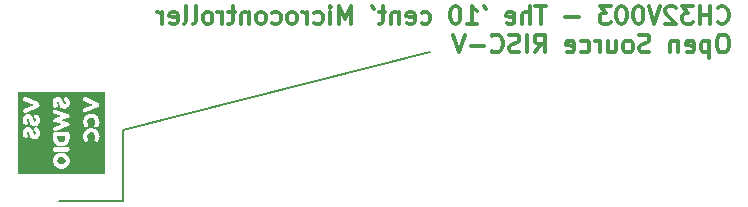
<source format=gbr>
%TF.GenerationSoftware,KiCad,Pcbnew,8.0.0*%
%TF.CreationDate,2024-03-06T10:25:17-06:00*%
%TF.ProjectId,NFCBuisnessV3,4e464342-7569-4736-9e65-737356332e6b,rev?*%
%TF.SameCoordinates,Original*%
%TF.FileFunction,Legend,Bot*%
%TF.FilePolarity,Positive*%
%FSLAX46Y46*%
G04 Gerber Fmt 4.6, Leading zero omitted, Abs format (unit mm)*
G04 Created by KiCad (PCBNEW 8.0.0) date 2024-03-06 10:25:17*
%MOMM*%
%LPD*%
G01*
G04 APERTURE LIST*
%ADD10C,0.150000*%
%ADD11C,0.300000*%
%ADD12C,0.000000*%
G04 APERTURE END LIST*
D10*
X136400000Y-94600000D02*
X131000000Y-94600000D01*
X136400000Y-88600000D02*
X136400000Y-94600000D01*
X162400000Y-82000000D02*
X136400000Y-88600000D01*
D11*
X186788346Y-79443055D02*
X186859774Y-79514484D01*
X186859774Y-79514484D02*
X187074060Y-79585912D01*
X187074060Y-79585912D02*
X187216917Y-79585912D01*
X187216917Y-79585912D02*
X187431203Y-79514484D01*
X187431203Y-79514484D02*
X187574060Y-79371626D01*
X187574060Y-79371626D02*
X187645489Y-79228769D01*
X187645489Y-79228769D02*
X187716917Y-78943055D01*
X187716917Y-78943055D02*
X187716917Y-78728769D01*
X187716917Y-78728769D02*
X187645489Y-78443055D01*
X187645489Y-78443055D02*
X187574060Y-78300198D01*
X187574060Y-78300198D02*
X187431203Y-78157341D01*
X187431203Y-78157341D02*
X187216917Y-78085912D01*
X187216917Y-78085912D02*
X187074060Y-78085912D01*
X187074060Y-78085912D02*
X186859774Y-78157341D01*
X186859774Y-78157341D02*
X186788346Y-78228769D01*
X186145489Y-79585912D02*
X186145489Y-78085912D01*
X186145489Y-78800198D02*
X185288346Y-78800198D01*
X185288346Y-79585912D02*
X185288346Y-78085912D01*
X184716917Y-78085912D02*
X183788345Y-78085912D01*
X183788345Y-78085912D02*
X184288345Y-78657341D01*
X184288345Y-78657341D02*
X184074060Y-78657341D01*
X184074060Y-78657341D02*
X183931203Y-78728769D01*
X183931203Y-78728769D02*
X183859774Y-78800198D01*
X183859774Y-78800198D02*
X183788345Y-78943055D01*
X183788345Y-78943055D02*
X183788345Y-79300198D01*
X183788345Y-79300198D02*
X183859774Y-79443055D01*
X183859774Y-79443055D02*
X183931203Y-79514484D01*
X183931203Y-79514484D02*
X184074060Y-79585912D01*
X184074060Y-79585912D02*
X184502631Y-79585912D01*
X184502631Y-79585912D02*
X184645488Y-79514484D01*
X184645488Y-79514484D02*
X184716917Y-79443055D01*
X183216917Y-78228769D02*
X183145489Y-78157341D01*
X183145489Y-78157341D02*
X183002632Y-78085912D01*
X183002632Y-78085912D02*
X182645489Y-78085912D01*
X182645489Y-78085912D02*
X182502632Y-78157341D01*
X182502632Y-78157341D02*
X182431203Y-78228769D01*
X182431203Y-78228769D02*
X182359774Y-78371626D01*
X182359774Y-78371626D02*
X182359774Y-78514484D01*
X182359774Y-78514484D02*
X182431203Y-78728769D01*
X182431203Y-78728769D02*
X183288346Y-79585912D01*
X183288346Y-79585912D02*
X182359774Y-79585912D01*
X181931203Y-78085912D02*
X181431203Y-79585912D01*
X181431203Y-79585912D02*
X180931203Y-78085912D01*
X180145489Y-78085912D02*
X180002632Y-78085912D01*
X180002632Y-78085912D02*
X179859775Y-78157341D01*
X179859775Y-78157341D02*
X179788347Y-78228769D01*
X179788347Y-78228769D02*
X179716918Y-78371626D01*
X179716918Y-78371626D02*
X179645489Y-78657341D01*
X179645489Y-78657341D02*
X179645489Y-79014484D01*
X179645489Y-79014484D02*
X179716918Y-79300198D01*
X179716918Y-79300198D02*
X179788347Y-79443055D01*
X179788347Y-79443055D02*
X179859775Y-79514484D01*
X179859775Y-79514484D02*
X180002632Y-79585912D01*
X180002632Y-79585912D02*
X180145489Y-79585912D01*
X180145489Y-79585912D02*
X180288347Y-79514484D01*
X180288347Y-79514484D02*
X180359775Y-79443055D01*
X180359775Y-79443055D02*
X180431204Y-79300198D01*
X180431204Y-79300198D02*
X180502632Y-79014484D01*
X180502632Y-79014484D02*
X180502632Y-78657341D01*
X180502632Y-78657341D02*
X180431204Y-78371626D01*
X180431204Y-78371626D02*
X180359775Y-78228769D01*
X180359775Y-78228769D02*
X180288347Y-78157341D01*
X180288347Y-78157341D02*
X180145489Y-78085912D01*
X178716918Y-78085912D02*
X178574061Y-78085912D01*
X178574061Y-78085912D02*
X178431204Y-78157341D01*
X178431204Y-78157341D02*
X178359776Y-78228769D01*
X178359776Y-78228769D02*
X178288347Y-78371626D01*
X178288347Y-78371626D02*
X178216918Y-78657341D01*
X178216918Y-78657341D02*
X178216918Y-79014484D01*
X178216918Y-79014484D02*
X178288347Y-79300198D01*
X178288347Y-79300198D02*
X178359776Y-79443055D01*
X178359776Y-79443055D02*
X178431204Y-79514484D01*
X178431204Y-79514484D02*
X178574061Y-79585912D01*
X178574061Y-79585912D02*
X178716918Y-79585912D01*
X178716918Y-79585912D02*
X178859776Y-79514484D01*
X178859776Y-79514484D02*
X178931204Y-79443055D01*
X178931204Y-79443055D02*
X179002633Y-79300198D01*
X179002633Y-79300198D02*
X179074061Y-79014484D01*
X179074061Y-79014484D02*
X179074061Y-78657341D01*
X179074061Y-78657341D02*
X179002633Y-78371626D01*
X179002633Y-78371626D02*
X178931204Y-78228769D01*
X178931204Y-78228769D02*
X178859776Y-78157341D01*
X178859776Y-78157341D02*
X178716918Y-78085912D01*
X177716919Y-78085912D02*
X176788347Y-78085912D01*
X176788347Y-78085912D02*
X177288347Y-78657341D01*
X177288347Y-78657341D02*
X177074062Y-78657341D01*
X177074062Y-78657341D02*
X176931205Y-78728769D01*
X176931205Y-78728769D02*
X176859776Y-78800198D01*
X176859776Y-78800198D02*
X176788347Y-78943055D01*
X176788347Y-78943055D02*
X176788347Y-79300198D01*
X176788347Y-79300198D02*
X176859776Y-79443055D01*
X176859776Y-79443055D02*
X176931205Y-79514484D01*
X176931205Y-79514484D02*
X177074062Y-79585912D01*
X177074062Y-79585912D02*
X177502633Y-79585912D01*
X177502633Y-79585912D02*
X177645490Y-79514484D01*
X177645490Y-79514484D02*
X177716919Y-79443055D01*
X175002634Y-79014484D02*
X173859777Y-79014484D01*
X172216919Y-78085912D02*
X171359777Y-78085912D01*
X171788348Y-79585912D02*
X171788348Y-78085912D01*
X170859777Y-79585912D02*
X170859777Y-78085912D01*
X170216920Y-79585912D02*
X170216920Y-78800198D01*
X170216920Y-78800198D02*
X170288348Y-78657341D01*
X170288348Y-78657341D02*
X170431205Y-78585912D01*
X170431205Y-78585912D02*
X170645491Y-78585912D01*
X170645491Y-78585912D02*
X170788348Y-78657341D01*
X170788348Y-78657341D02*
X170859777Y-78728769D01*
X168931205Y-79514484D02*
X169074062Y-79585912D01*
X169074062Y-79585912D02*
X169359777Y-79585912D01*
X169359777Y-79585912D02*
X169502634Y-79514484D01*
X169502634Y-79514484D02*
X169574062Y-79371626D01*
X169574062Y-79371626D02*
X169574062Y-78800198D01*
X169574062Y-78800198D02*
X169502634Y-78657341D01*
X169502634Y-78657341D02*
X169359777Y-78585912D01*
X169359777Y-78585912D02*
X169074062Y-78585912D01*
X169074062Y-78585912D02*
X168931205Y-78657341D01*
X168931205Y-78657341D02*
X168859777Y-78800198D01*
X168859777Y-78800198D02*
X168859777Y-78943055D01*
X168859777Y-78943055D02*
X169574062Y-79085912D01*
X167002634Y-78085912D02*
X167145491Y-78371626D01*
X165574062Y-79585912D02*
X166431205Y-79585912D01*
X166002634Y-79585912D02*
X166002634Y-78085912D01*
X166002634Y-78085912D02*
X166145491Y-78300198D01*
X166145491Y-78300198D02*
X166288348Y-78443055D01*
X166288348Y-78443055D02*
X166431205Y-78514484D01*
X164645491Y-78085912D02*
X164502634Y-78085912D01*
X164502634Y-78085912D02*
X164359777Y-78157341D01*
X164359777Y-78157341D02*
X164288349Y-78228769D01*
X164288349Y-78228769D02*
X164216920Y-78371626D01*
X164216920Y-78371626D02*
X164145491Y-78657341D01*
X164145491Y-78657341D02*
X164145491Y-79014484D01*
X164145491Y-79014484D02*
X164216920Y-79300198D01*
X164216920Y-79300198D02*
X164288349Y-79443055D01*
X164288349Y-79443055D02*
X164359777Y-79514484D01*
X164359777Y-79514484D02*
X164502634Y-79585912D01*
X164502634Y-79585912D02*
X164645491Y-79585912D01*
X164645491Y-79585912D02*
X164788349Y-79514484D01*
X164788349Y-79514484D02*
X164859777Y-79443055D01*
X164859777Y-79443055D02*
X164931206Y-79300198D01*
X164931206Y-79300198D02*
X165002634Y-79014484D01*
X165002634Y-79014484D02*
X165002634Y-78657341D01*
X165002634Y-78657341D02*
X164931206Y-78371626D01*
X164931206Y-78371626D02*
X164859777Y-78228769D01*
X164859777Y-78228769D02*
X164788349Y-78157341D01*
X164788349Y-78157341D02*
X164645491Y-78085912D01*
X161716921Y-79514484D02*
X161859778Y-79585912D01*
X161859778Y-79585912D02*
X162145492Y-79585912D01*
X162145492Y-79585912D02*
X162288349Y-79514484D01*
X162288349Y-79514484D02*
X162359778Y-79443055D01*
X162359778Y-79443055D02*
X162431206Y-79300198D01*
X162431206Y-79300198D02*
X162431206Y-78871626D01*
X162431206Y-78871626D02*
X162359778Y-78728769D01*
X162359778Y-78728769D02*
X162288349Y-78657341D01*
X162288349Y-78657341D02*
X162145492Y-78585912D01*
X162145492Y-78585912D02*
X161859778Y-78585912D01*
X161859778Y-78585912D02*
X161716921Y-78657341D01*
X160502635Y-79514484D02*
X160645492Y-79585912D01*
X160645492Y-79585912D02*
X160931207Y-79585912D01*
X160931207Y-79585912D02*
X161074064Y-79514484D01*
X161074064Y-79514484D02*
X161145492Y-79371626D01*
X161145492Y-79371626D02*
X161145492Y-78800198D01*
X161145492Y-78800198D02*
X161074064Y-78657341D01*
X161074064Y-78657341D02*
X160931207Y-78585912D01*
X160931207Y-78585912D02*
X160645492Y-78585912D01*
X160645492Y-78585912D02*
X160502635Y-78657341D01*
X160502635Y-78657341D02*
X160431207Y-78800198D01*
X160431207Y-78800198D02*
X160431207Y-78943055D01*
X160431207Y-78943055D02*
X161145492Y-79085912D01*
X159788350Y-78585912D02*
X159788350Y-79585912D01*
X159788350Y-78728769D02*
X159716921Y-78657341D01*
X159716921Y-78657341D02*
X159574064Y-78585912D01*
X159574064Y-78585912D02*
X159359778Y-78585912D01*
X159359778Y-78585912D02*
X159216921Y-78657341D01*
X159216921Y-78657341D02*
X159145493Y-78800198D01*
X159145493Y-78800198D02*
X159145493Y-79585912D01*
X158645492Y-78585912D02*
X158074064Y-78585912D01*
X158431207Y-78085912D02*
X158431207Y-79371626D01*
X158431207Y-79371626D02*
X158359778Y-79514484D01*
X158359778Y-79514484D02*
X158216921Y-79585912D01*
X158216921Y-79585912D02*
X158074064Y-79585912D01*
X157502635Y-78085912D02*
X157645492Y-78371626D01*
X155716921Y-79585912D02*
X155716921Y-78085912D01*
X155716921Y-78085912D02*
X155216921Y-79157341D01*
X155216921Y-79157341D02*
X154716921Y-78085912D01*
X154716921Y-78085912D02*
X154716921Y-79585912D01*
X154002635Y-79585912D02*
X154002635Y-78585912D01*
X154002635Y-78085912D02*
X154074063Y-78157341D01*
X154074063Y-78157341D02*
X154002635Y-78228769D01*
X154002635Y-78228769D02*
X153931206Y-78157341D01*
X153931206Y-78157341D02*
X154002635Y-78085912D01*
X154002635Y-78085912D02*
X154002635Y-78228769D01*
X152645492Y-79514484D02*
X152788349Y-79585912D01*
X152788349Y-79585912D02*
X153074063Y-79585912D01*
X153074063Y-79585912D02*
X153216920Y-79514484D01*
X153216920Y-79514484D02*
X153288349Y-79443055D01*
X153288349Y-79443055D02*
X153359777Y-79300198D01*
X153359777Y-79300198D02*
X153359777Y-78871626D01*
X153359777Y-78871626D02*
X153288349Y-78728769D01*
X153288349Y-78728769D02*
X153216920Y-78657341D01*
X153216920Y-78657341D02*
X153074063Y-78585912D01*
X153074063Y-78585912D02*
X152788349Y-78585912D01*
X152788349Y-78585912D02*
X152645492Y-78657341D01*
X152002635Y-79585912D02*
X152002635Y-78585912D01*
X152002635Y-78871626D02*
X151931206Y-78728769D01*
X151931206Y-78728769D02*
X151859778Y-78657341D01*
X151859778Y-78657341D02*
X151716920Y-78585912D01*
X151716920Y-78585912D02*
X151574063Y-78585912D01*
X150859778Y-79585912D02*
X151002635Y-79514484D01*
X151002635Y-79514484D02*
X151074064Y-79443055D01*
X151074064Y-79443055D02*
X151145492Y-79300198D01*
X151145492Y-79300198D02*
X151145492Y-78871626D01*
X151145492Y-78871626D02*
X151074064Y-78728769D01*
X151074064Y-78728769D02*
X151002635Y-78657341D01*
X151002635Y-78657341D02*
X150859778Y-78585912D01*
X150859778Y-78585912D02*
X150645492Y-78585912D01*
X150645492Y-78585912D02*
X150502635Y-78657341D01*
X150502635Y-78657341D02*
X150431207Y-78728769D01*
X150431207Y-78728769D02*
X150359778Y-78871626D01*
X150359778Y-78871626D02*
X150359778Y-79300198D01*
X150359778Y-79300198D02*
X150431207Y-79443055D01*
X150431207Y-79443055D02*
X150502635Y-79514484D01*
X150502635Y-79514484D02*
X150645492Y-79585912D01*
X150645492Y-79585912D02*
X150859778Y-79585912D01*
X149074064Y-79514484D02*
X149216921Y-79585912D01*
X149216921Y-79585912D02*
X149502635Y-79585912D01*
X149502635Y-79585912D02*
X149645492Y-79514484D01*
X149645492Y-79514484D02*
X149716921Y-79443055D01*
X149716921Y-79443055D02*
X149788349Y-79300198D01*
X149788349Y-79300198D02*
X149788349Y-78871626D01*
X149788349Y-78871626D02*
X149716921Y-78728769D01*
X149716921Y-78728769D02*
X149645492Y-78657341D01*
X149645492Y-78657341D02*
X149502635Y-78585912D01*
X149502635Y-78585912D02*
X149216921Y-78585912D01*
X149216921Y-78585912D02*
X149074064Y-78657341D01*
X148216921Y-79585912D02*
X148359778Y-79514484D01*
X148359778Y-79514484D02*
X148431207Y-79443055D01*
X148431207Y-79443055D02*
X148502635Y-79300198D01*
X148502635Y-79300198D02*
X148502635Y-78871626D01*
X148502635Y-78871626D02*
X148431207Y-78728769D01*
X148431207Y-78728769D02*
X148359778Y-78657341D01*
X148359778Y-78657341D02*
X148216921Y-78585912D01*
X148216921Y-78585912D02*
X148002635Y-78585912D01*
X148002635Y-78585912D02*
X147859778Y-78657341D01*
X147859778Y-78657341D02*
X147788350Y-78728769D01*
X147788350Y-78728769D02*
X147716921Y-78871626D01*
X147716921Y-78871626D02*
X147716921Y-79300198D01*
X147716921Y-79300198D02*
X147788350Y-79443055D01*
X147788350Y-79443055D02*
X147859778Y-79514484D01*
X147859778Y-79514484D02*
X148002635Y-79585912D01*
X148002635Y-79585912D02*
X148216921Y-79585912D01*
X147074064Y-78585912D02*
X147074064Y-79585912D01*
X147074064Y-78728769D02*
X147002635Y-78657341D01*
X147002635Y-78657341D02*
X146859778Y-78585912D01*
X146859778Y-78585912D02*
X146645492Y-78585912D01*
X146645492Y-78585912D02*
X146502635Y-78657341D01*
X146502635Y-78657341D02*
X146431207Y-78800198D01*
X146431207Y-78800198D02*
X146431207Y-79585912D01*
X145931206Y-78585912D02*
X145359778Y-78585912D01*
X145716921Y-78085912D02*
X145716921Y-79371626D01*
X145716921Y-79371626D02*
X145645492Y-79514484D01*
X145645492Y-79514484D02*
X145502635Y-79585912D01*
X145502635Y-79585912D02*
X145359778Y-79585912D01*
X144859778Y-79585912D02*
X144859778Y-78585912D01*
X144859778Y-78871626D02*
X144788349Y-78728769D01*
X144788349Y-78728769D02*
X144716921Y-78657341D01*
X144716921Y-78657341D02*
X144574063Y-78585912D01*
X144574063Y-78585912D02*
X144431206Y-78585912D01*
X143716921Y-79585912D02*
X143859778Y-79514484D01*
X143859778Y-79514484D02*
X143931207Y-79443055D01*
X143931207Y-79443055D02*
X144002635Y-79300198D01*
X144002635Y-79300198D02*
X144002635Y-78871626D01*
X144002635Y-78871626D02*
X143931207Y-78728769D01*
X143931207Y-78728769D02*
X143859778Y-78657341D01*
X143859778Y-78657341D02*
X143716921Y-78585912D01*
X143716921Y-78585912D02*
X143502635Y-78585912D01*
X143502635Y-78585912D02*
X143359778Y-78657341D01*
X143359778Y-78657341D02*
X143288350Y-78728769D01*
X143288350Y-78728769D02*
X143216921Y-78871626D01*
X143216921Y-78871626D02*
X143216921Y-79300198D01*
X143216921Y-79300198D02*
X143288350Y-79443055D01*
X143288350Y-79443055D02*
X143359778Y-79514484D01*
X143359778Y-79514484D02*
X143502635Y-79585912D01*
X143502635Y-79585912D02*
X143716921Y-79585912D01*
X142359778Y-79585912D02*
X142502635Y-79514484D01*
X142502635Y-79514484D02*
X142574064Y-79371626D01*
X142574064Y-79371626D02*
X142574064Y-78085912D01*
X141574064Y-79585912D02*
X141716921Y-79514484D01*
X141716921Y-79514484D02*
X141788350Y-79371626D01*
X141788350Y-79371626D02*
X141788350Y-78085912D01*
X140431207Y-79514484D02*
X140574064Y-79585912D01*
X140574064Y-79585912D02*
X140859779Y-79585912D01*
X140859779Y-79585912D02*
X141002636Y-79514484D01*
X141002636Y-79514484D02*
X141074064Y-79371626D01*
X141074064Y-79371626D02*
X141074064Y-78800198D01*
X141074064Y-78800198D02*
X141002636Y-78657341D01*
X141002636Y-78657341D02*
X140859779Y-78585912D01*
X140859779Y-78585912D02*
X140574064Y-78585912D01*
X140574064Y-78585912D02*
X140431207Y-78657341D01*
X140431207Y-78657341D02*
X140359779Y-78800198D01*
X140359779Y-78800198D02*
X140359779Y-78943055D01*
X140359779Y-78943055D02*
X141074064Y-79085912D01*
X139716922Y-79585912D02*
X139716922Y-78585912D01*
X139716922Y-78871626D02*
X139645493Y-78728769D01*
X139645493Y-78728769D02*
X139574065Y-78657341D01*
X139574065Y-78657341D02*
X139431207Y-78585912D01*
X139431207Y-78585912D02*
X139288350Y-78585912D01*
X187359774Y-80500828D02*
X187074060Y-80500828D01*
X187074060Y-80500828D02*
X186931203Y-80572257D01*
X186931203Y-80572257D02*
X186788346Y-80715114D01*
X186788346Y-80715114D02*
X186716917Y-81000828D01*
X186716917Y-81000828D02*
X186716917Y-81500828D01*
X186716917Y-81500828D02*
X186788346Y-81786542D01*
X186788346Y-81786542D02*
X186931203Y-81929400D01*
X186931203Y-81929400D02*
X187074060Y-82000828D01*
X187074060Y-82000828D02*
X187359774Y-82000828D01*
X187359774Y-82000828D02*
X187502632Y-81929400D01*
X187502632Y-81929400D02*
X187645489Y-81786542D01*
X187645489Y-81786542D02*
X187716917Y-81500828D01*
X187716917Y-81500828D02*
X187716917Y-81000828D01*
X187716917Y-81000828D02*
X187645489Y-80715114D01*
X187645489Y-80715114D02*
X187502632Y-80572257D01*
X187502632Y-80572257D02*
X187359774Y-80500828D01*
X186074060Y-81000828D02*
X186074060Y-82500828D01*
X186074060Y-81072257D02*
X185931203Y-81000828D01*
X185931203Y-81000828D02*
X185645488Y-81000828D01*
X185645488Y-81000828D02*
X185502631Y-81072257D01*
X185502631Y-81072257D02*
X185431203Y-81143685D01*
X185431203Y-81143685D02*
X185359774Y-81286542D01*
X185359774Y-81286542D02*
X185359774Y-81715114D01*
X185359774Y-81715114D02*
X185431203Y-81857971D01*
X185431203Y-81857971D02*
X185502631Y-81929400D01*
X185502631Y-81929400D02*
X185645488Y-82000828D01*
X185645488Y-82000828D02*
X185931203Y-82000828D01*
X185931203Y-82000828D02*
X186074060Y-81929400D01*
X184145488Y-81929400D02*
X184288345Y-82000828D01*
X184288345Y-82000828D02*
X184574060Y-82000828D01*
X184574060Y-82000828D02*
X184716917Y-81929400D01*
X184716917Y-81929400D02*
X184788345Y-81786542D01*
X184788345Y-81786542D02*
X184788345Y-81215114D01*
X184788345Y-81215114D02*
X184716917Y-81072257D01*
X184716917Y-81072257D02*
X184574060Y-81000828D01*
X184574060Y-81000828D02*
X184288345Y-81000828D01*
X184288345Y-81000828D02*
X184145488Y-81072257D01*
X184145488Y-81072257D02*
X184074060Y-81215114D01*
X184074060Y-81215114D02*
X184074060Y-81357971D01*
X184074060Y-81357971D02*
X184788345Y-81500828D01*
X183431203Y-81000828D02*
X183431203Y-82000828D01*
X183431203Y-81143685D02*
X183359774Y-81072257D01*
X183359774Y-81072257D02*
X183216917Y-81000828D01*
X183216917Y-81000828D02*
X183002631Y-81000828D01*
X183002631Y-81000828D02*
X182859774Y-81072257D01*
X182859774Y-81072257D02*
X182788346Y-81215114D01*
X182788346Y-81215114D02*
X182788346Y-82000828D01*
X181002631Y-81929400D02*
X180788346Y-82000828D01*
X180788346Y-82000828D02*
X180431203Y-82000828D01*
X180431203Y-82000828D02*
X180288346Y-81929400D01*
X180288346Y-81929400D02*
X180216917Y-81857971D01*
X180216917Y-81857971D02*
X180145488Y-81715114D01*
X180145488Y-81715114D02*
X180145488Y-81572257D01*
X180145488Y-81572257D02*
X180216917Y-81429400D01*
X180216917Y-81429400D02*
X180288346Y-81357971D01*
X180288346Y-81357971D02*
X180431203Y-81286542D01*
X180431203Y-81286542D02*
X180716917Y-81215114D01*
X180716917Y-81215114D02*
X180859774Y-81143685D01*
X180859774Y-81143685D02*
X180931203Y-81072257D01*
X180931203Y-81072257D02*
X181002631Y-80929400D01*
X181002631Y-80929400D02*
X181002631Y-80786542D01*
X181002631Y-80786542D02*
X180931203Y-80643685D01*
X180931203Y-80643685D02*
X180859774Y-80572257D01*
X180859774Y-80572257D02*
X180716917Y-80500828D01*
X180716917Y-80500828D02*
X180359774Y-80500828D01*
X180359774Y-80500828D02*
X180145488Y-80572257D01*
X179288346Y-82000828D02*
X179431203Y-81929400D01*
X179431203Y-81929400D02*
X179502632Y-81857971D01*
X179502632Y-81857971D02*
X179574060Y-81715114D01*
X179574060Y-81715114D02*
X179574060Y-81286542D01*
X179574060Y-81286542D02*
X179502632Y-81143685D01*
X179502632Y-81143685D02*
X179431203Y-81072257D01*
X179431203Y-81072257D02*
X179288346Y-81000828D01*
X179288346Y-81000828D02*
X179074060Y-81000828D01*
X179074060Y-81000828D02*
X178931203Y-81072257D01*
X178931203Y-81072257D02*
X178859775Y-81143685D01*
X178859775Y-81143685D02*
X178788346Y-81286542D01*
X178788346Y-81286542D02*
X178788346Y-81715114D01*
X178788346Y-81715114D02*
X178859775Y-81857971D01*
X178859775Y-81857971D02*
X178931203Y-81929400D01*
X178931203Y-81929400D02*
X179074060Y-82000828D01*
X179074060Y-82000828D02*
X179288346Y-82000828D01*
X177502632Y-81000828D02*
X177502632Y-82000828D01*
X178145489Y-81000828D02*
X178145489Y-81786542D01*
X178145489Y-81786542D02*
X178074060Y-81929400D01*
X178074060Y-81929400D02*
X177931203Y-82000828D01*
X177931203Y-82000828D02*
X177716917Y-82000828D01*
X177716917Y-82000828D02*
X177574060Y-81929400D01*
X177574060Y-81929400D02*
X177502632Y-81857971D01*
X176788346Y-82000828D02*
X176788346Y-81000828D01*
X176788346Y-81286542D02*
X176716917Y-81143685D01*
X176716917Y-81143685D02*
X176645489Y-81072257D01*
X176645489Y-81072257D02*
X176502631Y-81000828D01*
X176502631Y-81000828D02*
X176359774Y-81000828D01*
X175216918Y-81929400D02*
X175359775Y-82000828D01*
X175359775Y-82000828D02*
X175645489Y-82000828D01*
X175645489Y-82000828D02*
X175788346Y-81929400D01*
X175788346Y-81929400D02*
X175859775Y-81857971D01*
X175859775Y-81857971D02*
X175931203Y-81715114D01*
X175931203Y-81715114D02*
X175931203Y-81286542D01*
X175931203Y-81286542D02*
X175859775Y-81143685D01*
X175859775Y-81143685D02*
X175788346Y-81072257D01*
X175788346Y-81072257D02*
X175645489Y-81000828D01*
X175645489Y-81000828D02*
X175359775Y-81000828D01*
X175359775Y-81000828D02*
X175216918Y-81072257D01*
X174002632Y-81929400D02*
X174145489Y-82000828D01*
X174145489Y-82000828D02*
X174431204Y-82000828D01*
X174431204Y-82000828D02*
X174574061Y-81929400D01*
X174574061Y-81929400D02*
X174645489Y-81786542D01*
X174645489Y-81786542D02*
X174645489Y-81215114D01*
X174645489Y-81215114D02*
X174574061Y-81072257D01*
X174574061Y-81072257D02*
X174431204Y-81000828D01*
X174431204Y-81000828D02*
X174145489Y-81000828D01*
X174145489Y-81000828D02*
X174002632Y-81072257D01*
X174002632Y-81072257D02*
X173931204Y-81215114D01*
X173931204Y-81215114D02*
X173931204Y-81357971D01*
X173931204Y-81357971D02*
X174645489Y-81500828D01*
X171288347Y-82000828D02*
X171788347Y-81286542D01*
X172145490Y-82000828D02*
X172145490Y-80500828D01*
X172145490Y-80500828D02*
X171574061Y-80500828D01*
X171574061Y-80500828D02*
X171431204Y-80572257D01*
X171431204Y-80572257D02*
X171359775Y-80643685D01*
X171359775Y-80643685D02*
X171288347Y-80786542D01*
X171288347Y-80786542D02*
X171288347Y-81000828D01*
X171288347Y-81000828D02*
X171359775Y-81143685D01*
X171359775Y-81143685D02*
X171431204Y-81215114D01*
X171431204Y-81215114D02*
X171574061Y-81286542D01*
X171574061Y-81286542D02*
X172145490Y-81286542D01*
X170645490Y-82000828D02*
X170645490Y-80500828D01*
X170002632Y-81929400D02*
X169788347Y-82000828D01*
X169788347Y-82000828D02*
X169431204Y-82000828D01*
X169431204Y-82000828D02*
X169288347Y-81929400D01*
X169288347Y-81929400D02*
X169216918Y-81857971D01*
X169216918Y-81857971D02*
X169145489Y-81715114D01*
X169145489Y-81715114D02*
X169145489Y-81572257D01*
X169145489Y-81572257D02*
X169216918Y-81429400D01*
X169216918Y-81429400D02*
X169288347Y-81357971D01*
X169288347Y-81357971D02*
X169431204Y-81286542D01*
X169431204Y-81286542D02*
X169716918Y-81215114D01*
X169716918Y-81215114D02*
X169859775Y-81143685D01*
X169859775Y-81143685D02*
X169931204Y-81072257D01*
X169931204Y-81072257D02*
X170002632Y-80929400D01*
X170002632Y-80929400D02*
X170002632Y-80786542D01*
X170002632Y-80786542D02*
X169931204Y-80643685D01*
X169931204Y-80643685D02*
X169859775Y-80572257D01*
X169859775Y-80572257D02*
X169716918Y-80500828D01*
X169716918Y-80500828D02*
X169359775Y-80500828D01*
X169359775Y-80500828D02*
X169145489Y-80572257D01*
X167645490Y-81857971D02*
X167716918Y-81929400D01*
X167716918Y-81929400D02*
X167931204Y-82000828D01*
X167931204Y-82000828D02*
X168074061Y-82000828D01*
X168074061Y-82000828D02*
X168288347Y-81929400D01*
X168288347Y-81929400D02*
X168431204Y-81786542D01*
X168431204Y-81786542D02*
X168502633Y-81643685D01*
X168502633Y-81643685D02*
X168574061Y-81357971D01*
X168574061Y-81357971D02*
X168574061Y-81143685D01*
X168574061Y-81143685D02*
X168502633Y-80857971D01*
X168502633Y-80857971D02*
X168431204Y-80715114D01*
X168431204Y-80715114D02*
X168288347Y-80572257D01*
X168288347Y-80572257D02*
X168074061Y-80500828D01*
X168074061Y-80500828D02*
X167931204Y-80500828D01*
X167931204Y-80500828D02*
X167716918Y-80572257D01*
X167716918Y-80572257D02*
X167645490Y-80643685D01*
X167002633Y-81429400D02*
X165859776Y-81429400D01*
X165359775Y-80500828D02*
X164859775Y-82000828D01*
X164859775Y-82000828D02*
X164359775Y-80500828D01*
D12*
%TO.C,kibuzzard-65E89835*%
G36*
X134869462Y-87881168D02*
G01*
X134869462Y-89116289D01*
X134869462Y-90215260D01*
X134869462Y-91178630D01*
X134869462Y-91857955D01*
X134869462Y-92277981D01*
X127530538Y-92277981D01*
X127530538Y-91857955D01*
X127530538Y-91162740D01*
X130503644Y-91162740D01*
X130516617Y-91302279D01*
X130555537Y-91430894D01*
X130620403Y-91548584D01*
X130711216Y-91655349D01*
X130820774Y-91743989D01*
X130941878Y-91807304D01*
X131074528Y-91845292D01*
X131218723Y-91857955D01*
X131360435Y-91845478D01*
X131491595Y-91808049D01*
X131612202Y-91745665D01*
X131722258Y-91658329D01*
X131813939Y-91553488D01*
X131879426Y-91438591D01*
X131918718Y-91313639D01*
X131931815Y-91178630D01*
X131918904Y-91039835D01*
X131880171Y-90911469D01*
X131815615Y-90793530D01*
X131725237Y-90686020D01*
X131616610Y-90596511D01*
X131497306Y-90532576D01*
X131367325Y-90494215D01*
X131226668Y-90481428D01*
X131081418Y-90493843D01*
X130947589Y-90531087D01*
X130825181Y-90593159D01*
X130714195Y-90680061D01*
X130622079Y-90784716D01*
X130556282Y-90900047D01*
X130516803Y-91026055D01*
X130503644Y-91162740D01*
X127530538Y-91162740D01*
X127530538Y-90217246D01*
X130519535Y-90217246D01*
X130533439Y-90320536D01*
X130579125Y-90376153D01*
X130633749Y-90395023D01*
X130702277Y-90398003D01*
X131729210Y-90398003D01*
X131797738Y-90395023D01*
X131851369Y-90376153D01*
X131896061Y-90320536D01*
X131909966Y-90215260D01*
X131896061Y-90111971D01*
X131850376Y-90056354D01*
X131795752Y-90037484D01*
X131727223Y-90034504D01*
X130700291Y-90034504D01*
X130633749Y-90037484D01*
X130579125Y-90056354D01*
X130533439Y-90111971D01*
X130519535Y-90217246D01*
X127530538Y-90217246D01*
X127530538Y-88808899D01*
X127956613Y-88808899D01*
X127970054Y-88961004D01*
X128010376Y-89089364D01*
X128077580Y-89193979D01*
X128181411Y-89266559D01*
X128305402Y-89218172D01*
X128403184Y-89099221D01*
X128365886Y-88964140D01*
X128346733Y-88940955D01*
X128323547Y-88912729D01*
X128308427Y-88873415D01*
X128301370Y-88806883D01*
X128326572Y-88732286D01*
X128388063Y-88700028D01*
X128453588Y-88735310D01*
X128488870Y-88814947D01*
X128514071Y-88937931D01*
X128545321Y-89066963D01*
X128597740Y-89181126D01*
X128674353Y-89269583D01*
X128783728Y-89326287D01*
X128934433Y-89345188D01*
X129030703Y-89336619D01*
X129117901Y-89310914D01*
X129200242Y-89257849D01*
X130519535Y-89257849D01*
X130532198Y-89394906D01*
X130570186Y-89522031D01*
X130633500Y-89639224D01*
X130722140Y-89746486D01*
X130828409Y-89835995D01*
X130944609Y-89899930D01*
X131070741Y-89938291D01*
X131206805Y-89951078D01*
X131346531Y-89938291D01*
X131475704Y-89899930D01*
X131594325Y-89835995D01*
X131702394Y-89746486D01*
X131792338Y-89638852D01*
X131856583Y-89520541D01*
X131895130Y-89391554D01*
X131907979Y-89251890D01*
X131907979Y-89122162D01*
X133045978Y-89122162D01*
X133058157Y-89238736D01*
X133094695Y-89358790D01*
X133155592Y-89482324D01*
X133192783Y-89535174D01*
X133233888Y-89571385D01*
X133292611Y-89589981D01*
X133402225Y-89546918D01*
X133481500Y-89473515D01*
X133507925Y-89405985D01*
X133462905Y-89300285D01*
X133454096Y-89287562D01*
X133443331Y-89270924D01*
X133432565Y-89252329D01*
X133422778Y-89225904D01*
X133414948Y-89194585D01*
X133408097Y-89155437D01*
X133406140Y-89108460D01*
X133425714Y-88996888D01*
X133483457Y-88886294D01*
X133590136Y-88799190D01*
X133746728Y-88765914D01*
X133853651Y-88780839D01*
X133943447Y-88825615D01*
X134012201Y-88888986D01*
X134055998Y-88959697D01*
X134087316Y-89108460D01*
X134071168Y-89211713D01*
X134022722Y-89310072D01*
X133983574Y-89407942D01*
X134011467Y-89474494D01*
X134095146Y-89544961D01*
X134208675Y-89588023D01*
X134280120Y-89560620D01*
X134339821Y-89480366D01*
X134400718Y-89364227D01*
X134437256Y-89242868D01*
X134449436Y-89116289D01*
X134443563Y-89033344D01*
X134425947Y-88945017D01*
X134394384Y-88852529D01*
X134346672Y-88757106D01*
X134285014Y-88665353D01*
X134211611Y-88583876D01*
X134121326Y-88514143D01*
X134009020Y-88457623D01*
X133879342Y-88420188D01*
X133736941Y-88407709D01*
X133599923Y-88419943D01*
X133474649Y-88456645D01*
X133365768Y-88512431D01*
X133277930Y-88581918D01*
X133206485Y-88663395D01*
X133146784Y-88755148D01*
X133100540Y-88851061D01*
X133079654Y-88914214D01*
X133069467Y-88945017D01*
X133051850Y-89035791D01*
X133045978Y-89122162D01*
X131907979Y-89122162D01*
X131907979Y-88914214D01*
X131894075Y-88813904D01*
X131851369Y-88759280D01*
X131795752Y-88738424D01*
X131725237Y-88733458D01*
X130698304Y-88733458D01*
X130631762Y-88736437D01*
X130577138Y-88755308D01*
X130532446Y-88810925D01*
X130530469Y-88827044D01*
X130519535Y-88916200D01*
X130519535Y-89257849D01*
X129200242Y-89257849D01*
X129253989Y-89223212D01*
X129343707Y-89099221D01*
X129395118Y-88961116D01*
X129410239Y-88827044D01*
X129401166Y-88714141D01*
X129378989Y-88619383D01*
X129345723Y-88541762D01*
X129307416Y-88479262D01*
X129268102Y-88430875D01*
X129232820Y-88395593D01*
X129204594Y-88373416D01*
X129190481Y-88361319D01*
X129059433Y-88310916D01*
X128930401Y-88395593D01*
X128883806Y-88479374D01*
X128897247Y-88566740D01*
X128970724Y-88657689D01*
X129044312Y-88739342D01*
X129063465Y-88818979D01*
X129034232Y-88937931D01*
X128940482Y-88974221D01*
X128877982Y-88921802D01*
X128830603Y-88763536D01*
X128804645Y-88667518D01*
X128777176Y-88591157D01*
X128712660Y-88478254D01*
X128625966Y-88397609D01*
X128517095Y-88349222D01*
X128386047Y-88333093D01*
X128269448Y-88348102D01*
X128166962Y-88393129D01*
X128078588Y-88468174D01*
X128010824Y-88566068D01*
X127970166Y-88679643D01*
X127956613Y-88808899D01*
X127530538Y-88808899D01*
X127530538Y-87716159D01*
X127956613Y-87716159D01*
X127970054Y-87868264D01*
X128010376Y-87996624D01*
X128077580Y-88101239D01*
X128181411Y-88173819D01*
X128305402Y-88125432D01*
X128403184Y-88006481D01*
X128365886Y-87871401D01*
X128346733Y-87848215D01*
X128323547Y-87819989D01*
X128308427Y-87780675D01*
X128301370Y-87714143D01*
X128326572Y-87639546D01*
X128388063Y-87607288D01*
X128453588Y-87642570D01*
X128488870Y-87722207D01*
X128514071Y-87845191D01*
X128545321Y-87974223D01*
X128597740Y-88088386D01*
X128674353Y-88176844D01*
X128783728Y-88233547D01*
X128934433Y-88252448D01*
X129030703Y-88243880D01*
X129117901Y-88218174D01*
X129253989Y-88130473D01*
X129343707Y-88006481D01*
X129395118Y-87868376D01*
X129410239Y-87734304D01*
X129410082Y-87732348D01*
X130519535Y-87732348D01*
X130519703Y-87734304D01*
X130524500Y-87789951D01*
X130541384Y-87833650D01*
X130563234Y-87864439D01*
X130589056Y-87886288D01*
X130613885Y-87899199D01*
X130638714Y-87909131D01*
X130654605Y-87915090D01*
X131250504Y-88077969D01*
X130642687Y-88284547D01*
X130519535Y-88364994D01*
X130527480Y-88514962D01*
X130614879Y-88639107D01*
X130759881Y-88628182D01*
X131784827Y-88272629D01*
X131877191Y-88210557D01*
X131907979Y-88099819D01*
X131890102Y-88015400D01*
X131845410Y-87959782D01*
X131803697Y-87933960D01*
X131774895Y-87923035D01*
X131656954Y-87887040D01*
X133045978Y-87887040D01*
X133058157Y-88003615D01*
X133094695Y-88123669D01*
X133155592Y-88247202D01*
X133192783Y-88300052D01*
X133233888Y-88336264D01*
X133292611Y-88354860D01*
X133402225Y-88311797D01*
X133481500Y-88238394D01*
X133507925Y-88170864D01*
X133462905Y-88065164D01*
X133454096Y-88052441D01*
X133443331Y-88035803D01*
X133432565Y-88017208D01*
X133422778Y-87990783D01*
X133414948Y-87959464D01*
X133408097Y-87920316D01*
X133406140Y-87873338D01*
X133425714Y-87761766D01*
X133483457Y-87651173D01*
X133590136Y-87564069D01*
X133746728Y-87530793D01*
X133853651Y-87545718D01*
X133943447Y-87590494D01*
X134012201Y-87653865D01*
X134055998Y-87724576D01*
X134087316Y-87873338D01*
X134071168Y-87976591D01*
X134022722Y-88074951D01*
X133983574Y-88172821D01*
X134011467Y-88239373D01*
X134095146Y-88309839D01*
X134208675Y-88352902D01*
X134280120Y-88325499D01*
X134339821Y-88245245D01*
X134400718Y-88129106D01*
X134437256Y-88007747D01*
X134449436Y-87881168D01*
X134443563Y-87798223D01*
X134425947Y-87709895D01*
X134394384Y-87617408D01*
X134346672Y-87521985D01*
X134285014Y-87430231D01*
X134211611Y-87348754D01*
X134121326Y-87279022D01*
X134009020Y-87222502D01*
X133879342Y-87185067D01*
X133736941Y-87172588D01*
X133599923Y-87184822D01*
X133474649Y-87221523D01*
X133365768Y-87277309D01*
X133277930Y-87346797D01*
X133255109Y-87372822D01*
X133206485Y-87428274D01*
X133146784Y-87520027D01*
X133100540Y-87615940D01*
X133069467Y-87709895D01*
X133051850Y-87800670D01*
X133045978Y-87887040D01*
X131656954Y-87887040D01*
X131163106Y-87736320D01*
X131772909Y-87549605D01*
X131874212Y-87485546D01*
X131907979Y-87372822D01*
X131879178Y-87273505D01*
X131827533Y-87219874D01*
X131784827Y-87201997D01*
X130759881Y-86844458D01*
X130612892Y-86835520D01*
X130529466Y-86959665D01*
X130520528Y-87107647D01*
X130642687Y-87188093D01*
X131246531Y-87394671D01*
X130652619Y-87557551D01*
X130552806Y-87618134D01*
X130519535Y-87732348D01*
X129410082Y-87732348D01*
X129401166Y-87621401D01*
X129378989Y-87526643D01*
X129345723Y-87449022D01*
X129307416Y-87386523D01*
X129268102Y-87338136D01*
X129232820Y-87302853D01*
X129204594Y-87280676D01*
X129190481Y-87268579D01*
X129059433Y-87218176D01*
X128930401Y-87302853D01*
X128883806Y-87386635D01*
X128897247Y-87474000D01*
X128970724Y-87564950D01*
X129044312Y-87646603D01*
X129063465Y-87726240D01*
X129034232Y-87845191D01*
X128940482Y-87881481D01*
X128877982Y-87829062D01*
X128830603Y-87670796D01*
X128804645Y-87574778D01*
X128777176Y-87498418D01*
X128712660Y-87385515D01*
X128625966Y-87304870D01*
X128517095Y-87256483D01*
X128386047Y-87240354D01*
X128269448Y-87255362D01*
X128166962Y-87300389D01*
X128078588Y-87375434D01*
X128010824Y-87473328D01*
X127970166Y-87586903D01*
X127956613Y-87716159D01*
X127530538Y-87716159D01*
X127530538Y-86042775D01*
X127970726Y-86042775D01*
X128085645Y-86135517D01*
X128869917Y-86454065D01*
X128085645Y-86772613D01*
X127971734Y-86867370D01*
X128000967Y-87016564D01*
X128097741Y-87132491D01*
X128236854Y-87109305D01*
X129287255Y-86631484D01*
X129360844Y-86561927D01*
X129388061Y-86458097D01*
X129362860Y-86345194D01*
X129287255Y-86276646D01*
X129208045Y-86240614D01*
X130497685Y-86240614D01*
X130510927Y-86390471D01*
X130532171Y-86458097D01*
X130550654Y-86516934D01*
X130616865Y-86620003D01*
X130719161Y-86691511D01*
X130841320Y-86643839D01*
X130937657Y-86526645D01*
X130900910Y-86393561D01*
X130882040Y-86370718D01*
X130859197Y-86342910D01*
X130844300Y-86304176D01*
X130837347Y-86238627D01*
X130862177Y-86165133D01*
X130922760Y-86133352D01*
X130987315Y-86168113D01*
X131022076Y-86246573D01*
X131046905Y-86367739D01*
X131077693Y-86494864D01*
X131129338Y-86607340D01*
X131204819Y-86694490D01*
X131312577Y-86750356D01*
X131461055Y-86768978D01*
X131555902Y-86760536D01*
X131641811Y-86735210D01*
X131775888Y-86648805D01*
X131864280Y-86526645D01*
X131914932Y-86390582D01*
X131929829Y-86258491D01*
X131920891Y-86147256D01*
X131899041Y-86053899D01*
X131890247Y-86033380D01*
X133051850Y-86033380D01*
X133163422Y-86123420D01*
X133495969Y-86258491D01*
X133924852Y-86432690D01*
X133163422Y-86741960D01*
X133052829Y-86833958D01*
X133081211Y-86978805D01*
X133175166Y-87091356D01*
X133310227Y-87068846D01*
X134330034Y-86604941D01*
X134401479Y-86537411D01*
X134427904Y-86436605D01*
X134403437Y-86326990D01*
X134330034Y-86260438D01*
X133310227Y-85796534D01*
X133174188Y-85776960D01*
X133081211Y-85886575D01*
X133051850Y-86033380D01*
X131890247Y-86033380D01*
X131866266Y-85977425D01*
X131828526Y-85915849D01*
X131789793Y-85868177D01*
X131755032Y-85833416D01*
X131727223Y-85811566D01*
X131713319Y-85799648D01*
X131584208Y-85749990D01*
X131457082Y-85833416D01*
X131411176Y-85915959D01*
X131424418Y-86002033D01*
X131496809Y-86091639D01*
X131569310Y-86172085D01*
X131588180Y-86250545D01*
X131559378Y-86367739D01*
X131467014Y-86403493D01*
X131405438Y-86351848D01*
X131358759Y-86195921D01*
X131333185Y-86101322D01*
X131306121Y-86026090D01*
X131242559Y-85914856D01*
X131157147Y-85835402D01*
X131049885Y-85787730D01*
X130920773Y-85771840D01*
X130805897Y-85786627D01*
X130704925Y-85830988D01*
X130617858Y-85904924D01*
X130551095Y-86001371D01*
X130511038Y-86113268D01*
X130497685Y-86240614D01*
X129208045Y-86240614D01*
X128236854Y-85798824D01*
X128096733Y-85778663D01*
X128000967Y-85891566D01*
X127970726Y-86042775D01*
X127530538Y-86042775D01*
X127530538Y-85742045D01*
X127530538Y-85322019D01*
X134869462Y-85322019D01*
X134869462Y-85742045D01*
X134869462Y-86436605D01*
X134869462Y-87881168D01*
G37*
G36*
X131351807Y-90869011D02*
G01*
X131465028Y-90941264D01*
X131542495Y-91046291D01*
X131568317Y-91168699D01*
X131543240Y-91295079D01*
X131468007Y-91400106D01*
X131355531Y-91470869D01*
X131218723Y-91494457D01*
X131082908Y-91470621D01*
X130969438Y-91399113D01*
X130892716Y-91294334D01*
X130867142Y-91170685D01*
X130892716Y-91045546D01*
X130969438Y-90940271D01*
X131082908Y-90868763D01*
X131218723Y-90844927D01*
X131351807Y-90869011D01*
G37*
G36*
X131544481Y-89257849D02*
G01*
X131520397Y-89383484D01*
X131448144Y-89490250D01*
X131341627Y-89563247D01*
X131214750Y-89587580D01*
X131087625Y-89563247D01*
X130980363Y-89490250D01*
X130907366Y-89382988D01*
X130883033Y-89255863D01*
X130883033Y-89096956D01*
X131544481Y-89096956D01*
X131544481Y-89257849D01*
G37*
%TD*%
M02*

</source>
